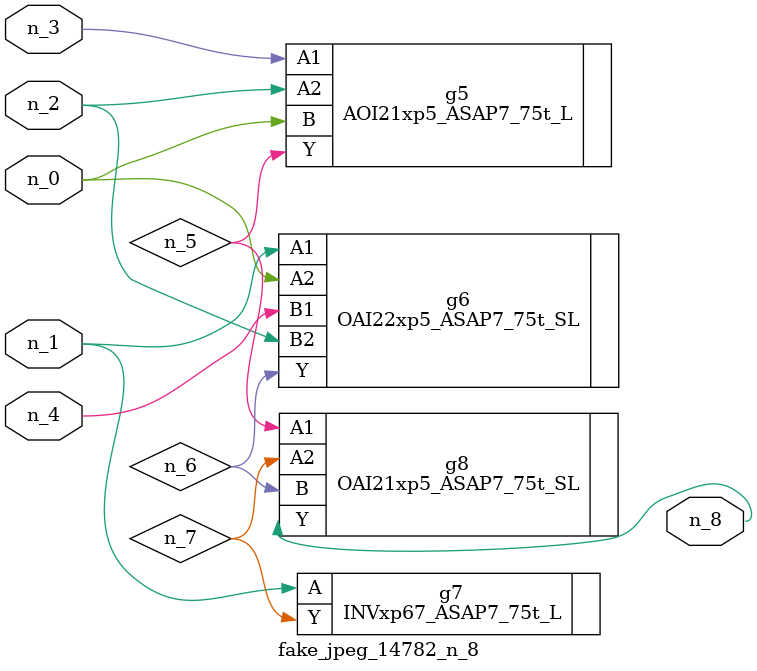
<source format=v>
module fake_jpeg_14782_n_8 (n_3, n_2, n_1, n_0, n_4, n_8);

input n_3;
input n_2;
input n_1;
input n_0;
input n_4;

output n_8;

wire n_6;
wire n_5;
wire n_7;

AOI21xp5_ASAP7_75t_L g5 ( 
.A1(n_3),
.A2(n_2),
.B(n_0),
.Y(n_5)
);

OAI22xp5_ASAP7_75t_SL g6 ( 
.A1(n_1),
.A2(n_0),
.B1(n_4),
.B2(n_2),
.Y(n_6)
);

INVxp67_ASAP7_75t_L g7 ( 
.A(n_1),
.Y(n_7)
);

OAI21xp5_ASAP7_75t_SL g8 ( 
.A1(n_5),
.A2(n_7),
.B(n_6),
.Y(n_8)
);


endmodule
</source>
